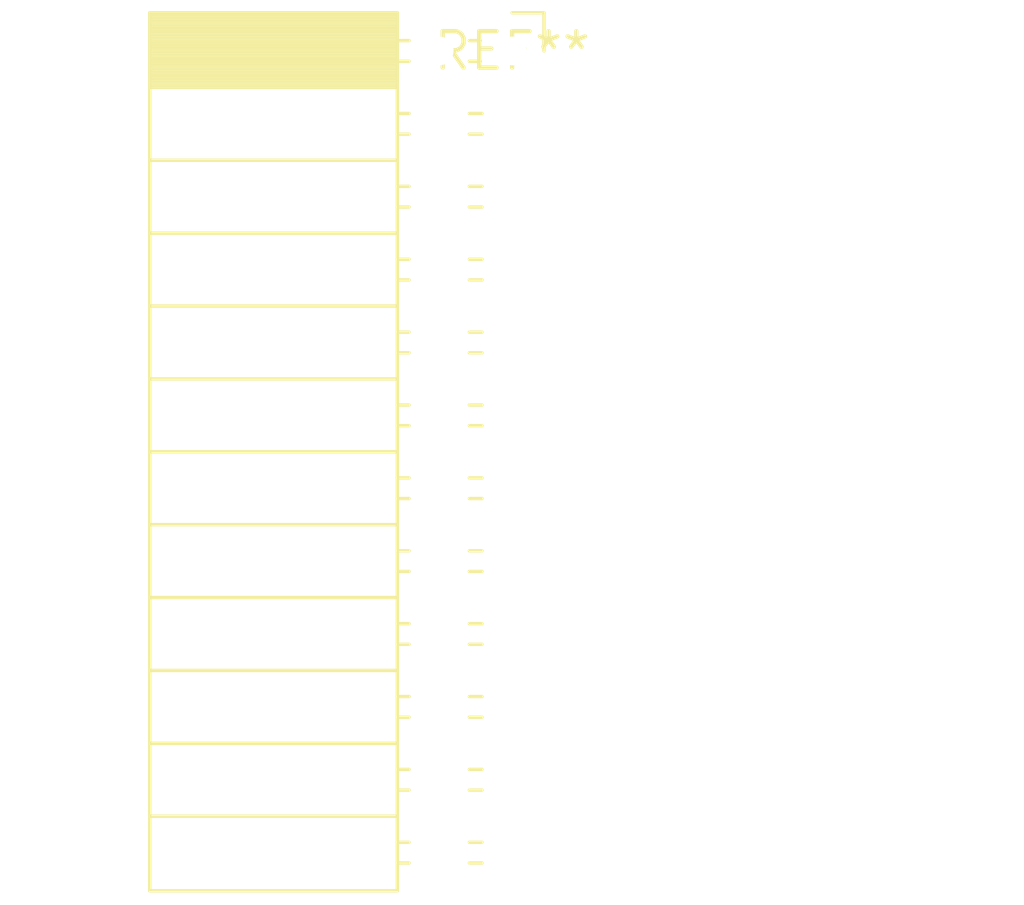
<source format=kicad_pcb>
(kicad_pcb (version 20240108) (generator pcbnew)
  (layers (0 "F.Cu" signal) (31 "B.Cu" signal) (34 "B.Paste" user) (35 "F.Paste" user) (36 "B.SilkS" user "B.Silkscreen") (37 "F.SilkS" user "F.Silkscreen") (38 "B.Mask" user) (39 "F.Mask" user) (44 "Edge.Cuts" user))
  (net 0 "")
  (footprint "PinSocket_2x12_P2.54mm_Horizontal" (layer "F.Cu") (at 0 0)
    (property "Reference" "REF**")
    (property "Value" "PinSocket_2x12_P2.54mm_Horizontal")
    (fp_line (start -12.63 -1.33) (end -12.63 29.27) (layer "F.SilkS") (stroke (width 0.12)))
    (fp_line (start -12.63 -1.33) (end -4 -1.33) (layer "F.SilkS") (stroke (width 0.12)))
    (fp_line (start -12.63 -1.21) (end -4 -1.21) (layer "F.SilkS") (stroke (width 0.12)))
    (fp_line (start -12.63 -1.091905) (end -4 -1.091905) (layer "F.SilkS") (stroke (width 0.12)))
    (fp_line (start -12.63 -0.97381) (end -4 -0.97381) (layer "F.SilkS") (stroke (width 0.12)))
    (fp_line (start -12.63 -0.855715) (end -4 -0.855715) (layer "F.SilkS") (stroke (width 0.12)))
    (fp_line (start -12.63 -0.73762) (end -4 -0.73762) (layer "F.SilkS") (stroke (width 0.12)))
    (fp_line (start -12.63 -0.619525) (end -4 -0.619525) (layer "F.SilkS") (stroke (width 0.12)))
    (fp_line (start -12.63 -0.50143) (end -4 -0.50143) (layer "F.SilkS") (stroke (width 0.12)))
    (fp_line (start -12.63 -0.383335) (end -4 -0.383335) (layer "F.SilkS") (stroke (width 0.12)))
    (fp_line (start -12.63 -0.26524) (end -4 -0.26524) (layer "F.SilkS") (stroke (width 0.12)))
    (fp_line (start -12.63 -0.147145) (end -4 -0.147145) (layer "F.SilkS") (stroke (width 0.12)))
    (fp_line (start -12.63 -0.02905) (end -4 -0.02905) (layer "F.SilkS") (stroke (width 0.12)))
    (fp_line (start -12.63 0.089045) (end -4 0.089045) (layer "F.SilkS") (stroke (width 0.12)))
    (fp_line (start -12.63 0.20714) (end -4 0.20714) (layer "F.SilkS") (stroke (width 0.12)))
    (fp_line (start -12.63 0.325235) (end -4 0.325235) (layer "F.SilkS") (stroke (width 0.12)))
    (fp_line (start -12.63 0.44333) (end -4 0.44333) (layer "F.SilkS") (stroke (width 0.12)))
    (fp_line (start -12.63 0.561425) (end -4 0.561425) (layer "F.SilkS") (stroke (width 0.12)))
    (fp_line (start -12.63 0.67952) (end -4 0.67952) (layer "F.SilkS") (stroke (width 0.12)))
    (fp_line (start -12.63 0.797615) (end -4 0.797615) (layer "F.SilkS") (stroke (width 0.12)))
    (fp_line (start -12.63 0.91571) (end -4 0.91571) (layer "F.SilkS") (stroke (width 0.12)))
    (fp_line (start -12.63 1.033805) (end -4 1.033805) (layer "F.SilkS") (stroke (width 0.12)))
    (fp_line (start -12.63 1.1519) (end -4 1.1519) (layer "F.SilkS") (stroke (width 0.12)))
    (fp_line (start -12.63 1.27) (end -4 1.27) (layer "F.SilkS") (stroke (width 0.12)))
    (fp_line (start -12.63 3.81) (end -4 3.81) (layer "F.SilkS") (stroke (width 0.12)))
    (fp_line (start -12.63 6.35) (end -4 6.35) (layer "F.SilkS") (stroke (width 0.12)))
    (fp_line (start -12.63 8.89) (end -4 8.89) (layer "F.SilkS") (stroke (width 0.12)))
    (fp_line (start -12.63 11.43) (end -4 11.43) (layer "F.SilkS") (stroke (width 0.12)))
    (fp_line (start -12.63 13.97) (end -4 13.97) (layer "F.SilkS") (stroke (width 0.12)))
    (fp_line (start -12.63 16.51) (end -4 16.51) (layer "F.SilkS") (stroke (width 0.12)))
    (fp_line (start -12.63 19.05) (end -4 19.05) (layer "F.SilkS") (stroke (width 0.12)))
    (fp_line (start -12.63 21.59) (end -4 21.59) (layer "F.SilkS") (stroke (width 0.12)))
    (fp_line (start -12.63 24.13) (end -4 24.13) (layer "F.SilkS") (stroke (width 0.12)))
    (fp_line (start -12.63 26.67) (end -4 26.67) (layer "F.SilkS") (stroke (width 0.12)))
    (fp_line (start -12.63 29.27) (end -4 29.27) (layer "F.SilkS") (stroke (width 0.12)))
    (fp_line (start -4 -1.33) (end -4 29.27) (layer "F.SilkS") (stroke (width 0.12)))
    (fp_line (start -4 -0.36) (end -3.59 -0.36) (layer "F.SilkS") (stroke (width 0.12)))
    (fp_line (start -4 0.36) (end -3.59 0.36) (layer "F.SilkS") (stroke (width 0.12)))
    (fp_line (start -4 2.18) (end -3.59 2.18) (layer "F.SilkS") (stroke (width 0.12)))
    (fp_line (start -4 2.9) (end -3.59 2.9) (layer "F.SilkS") (stroke (width 0.12)))
    (fp_line (start -4 4.72) (end -3.59 4.72) (layer "F.SilkS") (stroke (width 0.12)))
    (fp_line (start -4 5.44) (end -3.59 5.44) (layer "F.SilkS") (stroke (width 0.12)))
    (fp_line (start -4 7.26) (end -3.59 7.26) (layer "F.SilkS") (stroke (width 0.12)))
    (fp_line (start -4 7.98) (end -3.59 7.98) (layer "F.SilkS") (stroke (width 0.12)))
    (fp_line (start -4 9.8) (end -3.59 9.8) (layer "F.SilkS") (stroke (width 0.12)))
    (fp_line (start -4 10.52) (end -3.59 10.52) (layer "F.SilkS") (stroke (width 0.12)))
    (fp_line (start -4 12.34) (end -3.59 12.34) (layer "F.SilkS") (stroke (width 0.12)))
    (fp_line (start -4 13.06) (end -3.59 13.06) (layer "F.SilkS") (stroke (width 0.12)))
    (fp_line (start -4 14.88) (end -3.59 14.88) (layer "F.SilkS") (stroke (width 0.12)))
    (fp_line (start -4 15.6) (end -3.59 15.6) (layer "F.SilkS") (stroke (width 0.12)))
    (fp_line (start -4 17.42) (end -3.59 17.42) (layer "F.SilkS") (stroke (width 0.12)))
    (fp_line (start -4 18.14) (end -3.59 18.14) (layer "F.SilkS") (stroke (width 0.12)))
    (fp_line (start -4 19.96) (end -3.59 19.96) (layer "F.SilkS") (stroke (width 0.12)))
    (fp_line (start -4 20.68) (end -3.59 20.68) (layer "F.SilkS") (stroke (width 0.12)))
    (fp_line (start -4 22.5) (end -3.59 22.5) (layer "F.SilkS") (stroke (width 0.12)))
    (fp_line (start -4 23.22) (end -3.59 23.22) (layer "F.SilkS") (stroke (width 0.12)))
    (fp_line (start -4 25.04) (end -3.59 25.04) (layer "F.SilkS") (stroke (width 0.12)))
    (fp_line (start -4 25.76) (end -3.59 25.76) (layer "F.SilkS") (stroke (width 0.12)))
    (fp_line (start -4 27.58) (end -3.59 27.58) (layer "F.SilkS") (stroke (width 0.12)))
    (fp_line (start -4 28.3) (end -3.59 28.3) (layer "F.SilkS") (stroke (width 0.12)))
    (fp_line (start -1.49 -0.36) (end -1.11 -0.36) (layer "F.SilkS") (stroke (width 0.12)))
    (fp_line (start -1.49 0.36) (end -1.11 0.36) (layer "F.SilkS") (stroke (width 0.12)))
    (fp_line (start -1.49 2.18) (end -1.05 2.18) (layer "F.SilkS") (stroke (width 0.12)))
    (fp_line (start -1.49 2.9) (end -1.05 2.9) (layer "F.SilkS") (stroke (width 0.12)))
    (fp_line (start -1.49 4.72) (end -1.05 4.72) (layer "F.SilkS") (stroke (width 0.12)))
    (fp_line (start -1.49 5.44) (end -1.05 5.44) (layer "F.SilkS") (stroke (width 0.12)))
    (fp_line (start -1.49 7.26) (end -1.05 7.26) (layer "F.SilkS") (stroke (width 0.12)))
    (fp_line (start -1.49 7.98) (end -1.05 7.98) (layer "F.SilkS") (stroke (width 0.12)))
    (fp_line (start -1.49 9.8) (end -1.05 9.8) (layer "F.SilkS") (stroke (width 0.12)))
    (fp_line (start -1.49 10.52) (end -1.05 10.52) (layer "F.SilkS") (stroke (width 0.12)))
    (fp_line (start -1.49 12.34) (end -1.05 12.34) (layer "F.SilkS") (stroke (width 0.12)))
    (fp_line (start -1.49 13.06) (end -1.05 13.06) (layer "F.SilkS") (stroke (width 0.12)))
    (fp_line (start -1.49 14.88) (end -1.05 14.88) (layer "F.SilkS") (stroke (width 0.12)))
    (fp_line (start -1.49 15.6) (end -1.05 15.6) (layer "F.SilkS") (stroke (width 0.12)))
    (fp_line (start -1.49 17.42) (end -1.05 17.42) (layer "F.SilkS") (stroke (width 0.12)))
    (fp_line (start -1.49 18.14) (end -1.05 18.14) (layer "F.SilkS") (stroke (width 0.12)))
    (fp_line (start -1.49 19.96) (end -1.05 19.96) (layer "F.SilkS") (stroke (width 0.12)))
    (fp_line (start -1.49 20.68) (end -1.05 20.68) (layer "F.SilkS") (stroke (width 0.12)))
    (fp_line (start -1.49 22.5) (end -1.05 22.5) (layer "F.SilkS") (stroke (width 0.12)))
    (fp_line (start -1.49 23.22) (end -1.05 23.22) (layer "F.SilkS") (stroke (width 0.12)))
    (fp_line (start -1.49 25.04) (end -1.05 25.04) (layer "F.SilkS") (stroke (width 0.12)))
    (fp_line (start -1.49 25.76) (end -1.05 25.76) (layer "F.SilkS") (stroke (width 0.12)))
    (fp_line (start -1.49 27.58) (end -1.05 27.58) (layer "F.SilkS") (stroke (width 0.12)))
    (fp_line (start -1.49 28.3) (end -1.05 28.3) (layer "F.SilkS") (stroke (width 0.12)))
    (fp_line (start 0 -1.33) (end 1.11 -1.33) (layer "F.SilkS") (stroke (width 0.12)))
    (fp_line (start 1.11 -1.33) (end 1.11 0) (layer "F.SilkS") (stroke (width 0.12)))
    (pad "1" thru_hole rect (at 0 0) (size 1.7 1.7) (drill 1) (layers *.Cu *.Mask) (remove_unused_layers))
    (pad "2" thru_hole oval (at -2.54 0) (size 1.7 1.7) (drill 1) (layers *.Cu *.Mask) (remove_unused_layers))
    (pad "3" thru_hole oval (at 0 2.54) (size 1.7 1.7) (drill 1) (layers *.Cu *.Mask) (remove_unused_layers))
    (pad "4" thru_hole oval (at -2.54 2.54) (size 1.7 1.7) (drill 1) (layers *.Cu *.Mask) (remove_unused_layers))
    (pad "5" thru_hole oval (at 0 5.08) (size 1.7 1.7) (drill 1) (layers *.Cu *.Mask) (remove_unused_layers))
    (pad "6" thru_hole oval (at -2.54 5.08) (size 1.7 1.7) (drill 1) (layers *.Cu *.Mask) (remove_unused_layers))
    (pad "7" thru_hole oval (at 0 7.62) (size 1.7 1.7) (drill 1) (layers *.Cu *.Mask) (remove_unused_layers))
    (pad "8" thru_hole oval (at -2.54 7.62) (size 1.7 1.7) (drill 1) (layers *.Cu *.Mask) (remove_unused_layers))
    (pad "9" thru_hole oval (at 0 10.16) (size 1.7 1.7) (drill 1) (layers *.Cu *.Mask) (remove_unused_layers))
    (pad "10" thru_hole oval (at -2.54 10.16) (size 1.7 1.7) (drill 1) (layers *.Cu *.Mask) (remove_unused_layers))
    (pad "11" thru_hole oval (at 0 12.7) (size 1.7 1.7) (drill 1) (layers *.Cu *.Mask) (remove_unused_layers))
    (pad "12" thru_hole oval (at -2.54 12.7) (size 1.7 1.7) (drill 1) (layers *.Cu *.Mask) (remove_unused_layers))
    (pad "13" thru_hole oval (at 0 15.24) (size 1.7 1.7) (drill 1) (layers *.Cu *.Mask) (remove_unused_layers))
    (pad "14" thru_hole oval (at -2.54 15.24) (size 1.7 1.7) (drill 1) (layers *.Cu *.Mask) (remove_unused_layers))
    (pad "15" thru_hole oval (at 0 17.78) (size 1.7 1.7) (drill 1) (layers *.Cu *.Mask) (remove_unused_layers))
    (pad "16" thru_hole oval (at -2.54 17.78) (size 1.7 1.7) (drill 1) (layers *.Cu *.Mask) (remove_unused_layers))
    (pad "17" thru_hole oval (at 0 20.32) (size 1.7 1.7) (drill 1) (layers *.Cu *.Mask) (remove_unused_layers))
    (pad "18" thru_hole oval (at -2.54 20.32) (size 1.7 1.7) (drill 1) (layers *.Cu *.Mask) (remove_unused_layers))
    (pad "19" thru_hole oval (at 0 22.86) (size 1.7 1.7) (drill 1) (layers *.Cu *.Mask) (remove_unused_layers))
    (pad "20" thru_hole oval (at -2.54 22.86) (size 1.7 1.7) (drill 1) (layers *.Cu *.Mask) (remove_unused_layers))
    (pad "21" thru_hole oval (at 0 25.4) (size 1.7 1.7) (drill 1) (layers *.Cu *.Mask) (remove_unused_layers))
    (pad "22" thru_hole oval (at -2.54 25.4) (size 1.7 1.7) (drill 1) (layers *.Cu *.Mask) (remove_unused_layers))
    (pad "23" thru_hole oval (at 0 27.94) (size 1.7 1.7) (drill 1) (layers *.Cu *.Mask) (remove_unused_layers))
    (pad "24" thru_hole oval (at -2.54 27.94) (size 1.7 1.7) (drill 1) (layers *.Cu *.Mask) (remove_unused_layers))
  )
)
</source>
